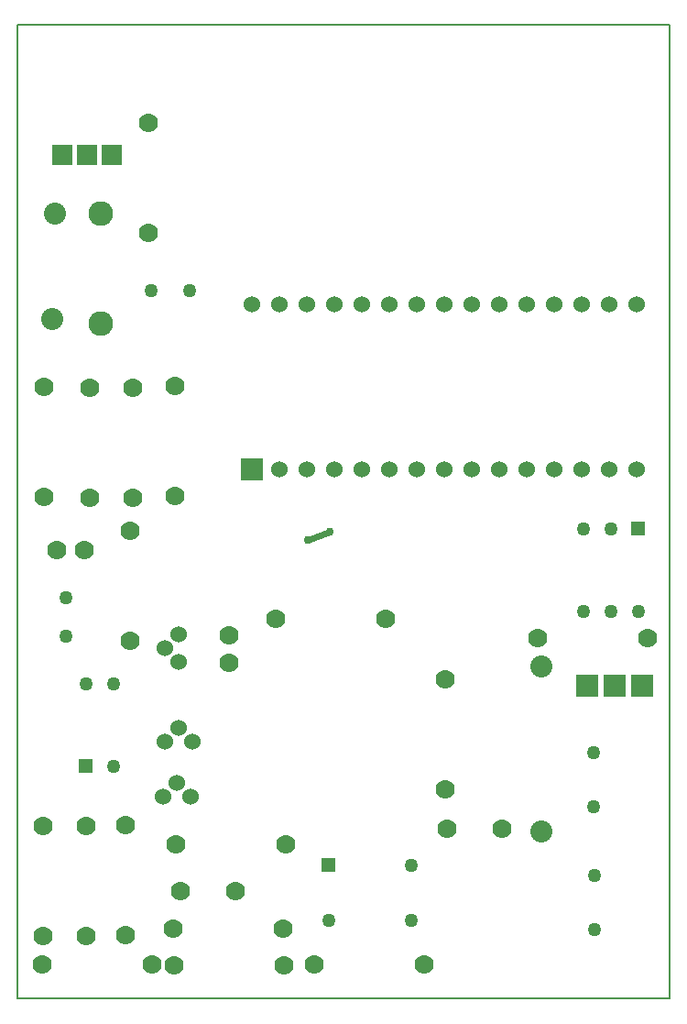
<source format=gbr>
%FSLAX44Y44*%
%OFA0.0000B0.0000*%
%SFA1B1*%
%MOMM*%
%AMFRECTNOHOLE10*
21,1,2.0320,2.0320,0.0000,0.0000,0*
%
%AMFRECTNOHOLE11*
21,1,1.2700,1.2700,0.0000,0.0000,0*
%
%AMFRECTNOHOLE12*
21,1,1.9050,1.9050,0.0000,0.0000,0*
%
%ADD10FRECTNOHOLE10*%
%ADD11FRECTNOHOLE11*%
%ADD12FRECTNOHOLE12*%
%ADD13C,0.0000X0.0000*%
%ADD14C,0.2032X0.0000*%
%ADD15C,0.6000X0.0000*%
%ADD16C,0.7620X0.0000*%
%ADD17C,1.5240X0.0000*%
%ADD18C,1.2700X0.0000*%
%ADD19C,1.7780X0.0000*%
%ADD20C,2.0320X0.0000*%
%ADD21C,2.2860X0.0000*%
%LNTOP*%
%LPD*%
G54D10*
X576711Y388862D3*
X551311Y388862D3*
X525911Y388862D3*
X215721Y589093D3*
G54D11*
X62119Y314060D3*
X286874Y222561D3*
X573221Y533719D3*
G54D12*
X40167Y878729D3*
X63027Y878729D3*
X85887Y878729D3*
G54D14*
X-1000Y999000D2*
X-1000Y100000D1*
X602000Y999000D2*
X-1000Y999000D1*
X602000Y100000D2*
X602000Y999000D1*
X-1000Y100000D2*
X602000Y100000D1*
G54D15*
X287357Y531319D2*
X267057Y523106D1*
G54D16*
X267057Y523106D3*
X287357Y531319D3*
G54D17*
X148175Y436417D3*
X135475Y423717D3*
X148175Y411017D3*
X160671Y337430D3*
X147971Y350130D3*
X135271Y337430D3*
X159296Y286484D3*
X146596Y299184D3*
X133896Y286484D3*
X215721Y741255D3*
X241121Y741255D3*
X266521Y741255D3*
X291921Y741255D3*
X317321Y741255D3*
X342721Y741255D3*
X368121Y741255D3*
X393521Y741255D3*
X418921Y741255D3*
X444321Y741255D3*
X469721Y741255D3*
X495121Y741255D3*
X520521Y741255D3*
X545921Y741255D3*
X571321Y741255D3*
X571321Y589093D3*
X545921Y589093D3*
X520521Y589093D3*
X495121Y589093D3*
X469721Y589093D3*
X444321Y589093D3*
X418921Y589093D3*
X393521Y589093D3*
X368121Y589093D3*
X342721Y589093D3*
X317321Y589093D3*
X291921Y589093D3*
X266521Y589093D3*
X241121Y589093D3*
G54D18*
X43444Y434567D3*
X43444Y470567D3*
X62119Y390260D3*
X87519Y390260D3*
X87519Y314060D3*
X363074Y171761D3*
X363074Y222561D3*
X286874Y171761D3*
X531730Y326790D3*
X531730Y276790D3*
X532436Y213351D3*
X532436Y163351D3*
X573221Y457519D3*
X547821Y457519D3*
X522421Y457519D3*
X522421Y533719D3*
X547821Y533719D3*
X158260Y753466D3*
X122260Y753466D3*
G54D19*
X35438Y513829D3*
X60838Y513829D3*
X23233Y664775D3*
X23233Y563175D3*
X65824Y562240D3*
X65824Y663840D3*
X22906Y259325D3*
X22906Y157725D3*
X145817Y242155D3*
X247417Y242155D3*
X98875Y158882D3*
X98875Y260482D3*
X143191Y164916D3*
X244791Y164916D3*
X143568Y130993D3*
X245168Y130993D3*
X374582Y131858D3*
X272982Y131858D3*
X103309Y531823D3*
X103309Y430223D3*
X144624Y665961D3*
X144624Y564361D3*
X237656Y450895D3*
X339256Y450895D3*
X200472Y199481D3*
X149672Y199481D3*
X62376Y259197D3*
X62376Y157597D3*
X21639Y131494D3*
X123239Y131494D3*
X120351Y807439D3*
X120351Y909039D3*
X395744Y256749D3*
X446544Y256749D3*
X394398Y293033D3*
X394398Y394633D3*
X479778Y433129D3*
X581378Y433129D3*
X194392Y410295D3*
X194392Y435695D3*
X105376Y664461D3*
X105376Y562861D3*
G54D20*
X33795Y824739D3*
X482831Y254214D3*
X482831Y406614D3*
X30928Y727923D3*
G54D21*
X75695Y723539D3*
X75695Y825139D3*
M02*

</source>
